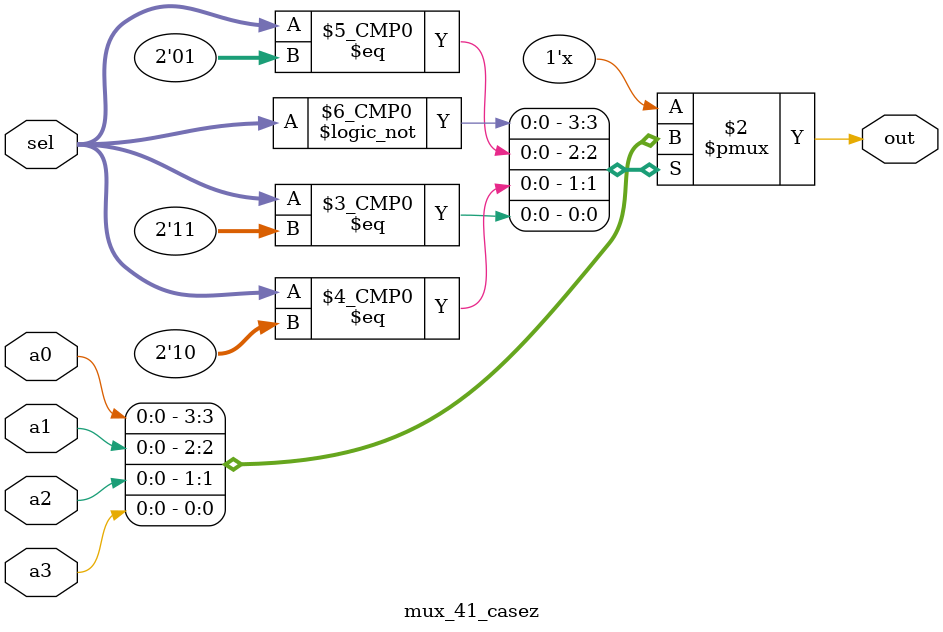
<source format=v>
`timescale 1ns / 1ps


module mux_41_casez(sel, a0, a1, a2, a3,out);
    input [1:0] sel;
    input a0, a1, a2, a3;
    output reg out;
 
    always @(sel or a0 or a1 or a2 or a3) begin
        casez(sel)
            3'b000: out = a0;
            3'b001: out = a1;
            3'b010: out = a2;
            3'b011: out = a3;
            3'b1??: out = 1'b0;
        endcase
    end
endmodule


</source>
